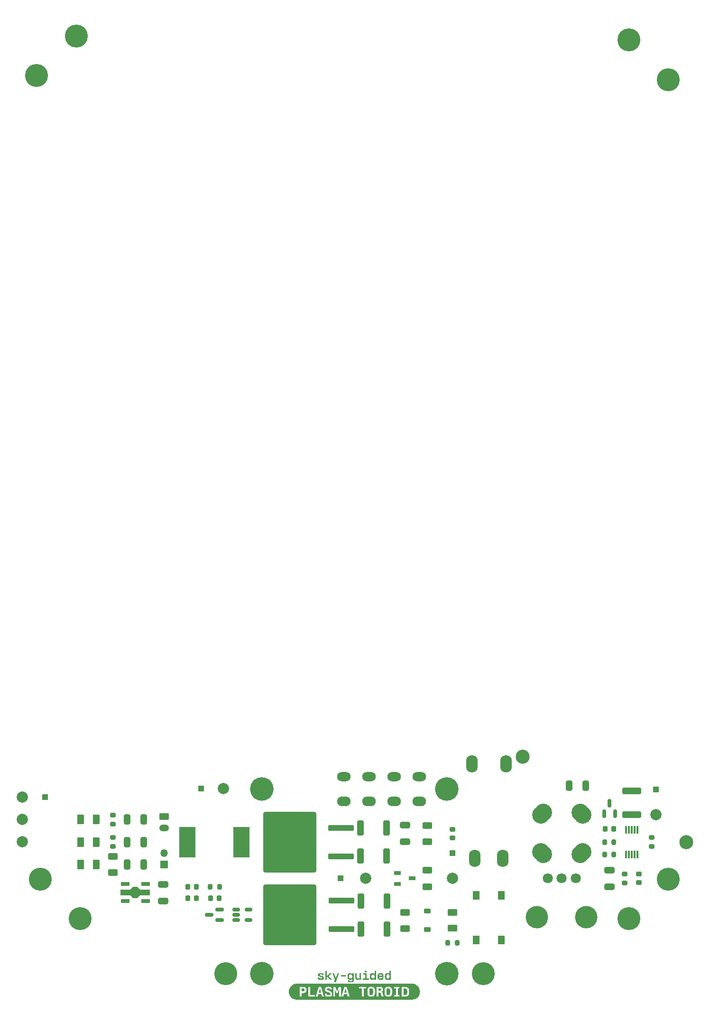
<source format=gbr>
%TF.GenerationSoftware,KiCad,Pcbnew,8.0.7*%
%TF.CreationDate,2025-01-02T06:30:12+11:00*%
%TF.ProjectId,plasma toroid unified,706c6173-6d61-4207-946f-726f69642075,v1.02*%
%TF.SameCoordinates,Original*%
%TF.FileFunction,Soldermask,Top*%
%TF.FilePolarity,Negative*%
%FSLAX46Y46*%
G04 Gerber Fmt 4.6, Leading zero omitted, Abs format (unit mm)*
G04 Created by KiCad (PCBNEW 8.0.7) date 2025-01-02 06:30:12*
%MOMM*%
%LPD*%
G01*
G04 APERTURE LIST*
G04 Aperture macros list*
%AMRoundRect*
0 Rectangle with rounded corners*
0 $1 Rounding radius*
0 $2 $3 $4 $5 $6 $7 $8 $9 X,Y pos of 4 corners*
0 Add a 4 corners polygon primitive as box body*
4,1,4,$2,$3,$4,$5,$6,$7,$8,$9,$2,$3,0*
0 Add four circle primitives for the rounded corners*
1,1,$1+$1,$2,$3*
1,1,$1+$1,$4,$5*
1,1,$1+$1,$6,$7*
1,1,$1+$1,$8,$9*
0 Add four rect primitives between the rounded corners*
20,1,$1+$1,$2,$3,$4,$5,0*
20,1,$1+$1,$4,$5,$6,$7,0*
20,1,$1+$1,$6,$7,$8,$9,0*
20,1,$1+$1,$8,$9,$2,$3,0*%
%AMFreePoly0*
4,1,13,0.900000,0.500000,2.600000,0.500000,2.600000,-0.500000,0.900000,-0.500000,0.400000,-1.000000,-0.400000,-1.000000,-0.900000,-0.500000,-2.600000,-0.500000,-2.600000,0.500000,-0.900000,0.500000,-0.400000,1.000000,0.400000,1.000000,0.900000,0.500000,0.900000,0.500000,$1*%
G04 Aperture macros list end*
%ADD10C,0.000000*%
%ADD11RoundRect,0.250000X-0.625000X0.312500X-0.625000X-0.312500X0.625000X-0.312500X0.625000X0.312500X0*%
%ADD12C,0.700000*%
%ADD13C,4.100000*%
%ADD14R,1.500000X0.700000*%
%ADD15FreePoly0,180.000000*%
%ADD16R,1.300000X1.550000*%
%ADD17RoundRect,0.793333X-0.406667X0.056667X-0.406667X-0.056667X0.406667X-0.056667X0.406667X0.056667X0*%
%ADD18RoundRect,0.816667X-0.383333X0.058333X-0.383333X-0.058333X0.383333X-0.058333X0.383333X0.058333X0*%
%ADD19RoundRect,0.225000X-0.375000X0.225000X-0.375000X-0.225000X0.375000X-0.225000X0.375000X0.225000X0*%
%ADD20C,2.000000*%
%ADD21RoundRect,0.150000X0.150000X-0.587500X0.150000X0.587500X-0.150000X0.587500X-0.150000X-0.587500X0*%
%ADD22RoundRect,0.250000X2.050000X0.300000X-2.050000X0.300000X-2.050000X-0.300000X2.050000X-0.300000X0*%
%ADD23RoundRect,0.250002X4.449998X5.149998X-4.449998X5.149998X-4.449998X-5.149998X4.449998X-5.149998X0*%
%ADD24RoundRect,0.225000X0.225000X0.250000X-0.225000X0.250000X-0.225000X-0.250000X0.225000X-0.250000X0*%
%ADD25RoundRect,0.200000X-0.275000X0.200000X-0.275000X-0.200000X0.275000X-0.200000X0.275000X0.200000X0*%
%ADD26RoundRect,0.250000X0.325000X0.650000X-0.325000X0.650000X-0.325000X-0.650000X0.325000X-0.650000X0*%
%ADD27RoundRect,0.225000X0.250000X-0.225000X0.250000X0.225000X-0.250000X0.225000X-0.250000X-0.225000X0*%
%ADD28RoundRect,0.150000X-0.512500X-0.150000X0.512500X-0.150000X0.512500X0.150000X-0.512500X0.150000X0*%
%ADD29R,1.000000X1.000000*%
%ADD30RoundRect,0.200000X0.200000X0.275000X-0.200000X0.275000X-0.200000X-0.275000X0.200000X-0.275000X0*%
%ADD31RoundRect,0.250000X0.625000X-0.312500X0.625000X0.312500X-0.625000X0.312500X-0.625000X-0.312500X0*%
%ADD32C,2.500000*%
%ADD33RoundRect,1.500000X-0.212132X-0.282843X0.282843X0.212132X0.212132X0.282843X-0.282843X-0.212132X0*%
%ADD34RoundRect,1.500000X0.282843X-0.212132X-0.212132X0.282843X-0.282843X0.212132X0.212132X-0.282843X0*%
%ADD35RoundRect,1.500000X0.212132X0.282843X-0.282843X-0.212132X-0.212132X-0.282843X0.282843X0.212132X0*%
%ADD36RoundRect,0.250000X0.625000X-0.375000X0.625000X0.375000X-0.625000X0.375000X-0.625000X-0.375000X0*%
%ADD37RoundRect,0.250000X0.362500X1.075000X-0.362500X1.075000X-0.362500X-1.075000X0.362500X-1.075000X0*%
%ADD38RoundRect,0.200000X0.275000X-0.200000X0.275000X0.200000X-0.275000X0.200000X-0.275000X-0.200000X0*%
%ADD39R,0.300000X1.400000*%
%ADD40RoundRect,0.250000X-0.650000X0.325000X-0.650000X-0.325000X0.650000X-0.325000X0.650000X0.325000X0*%
%ADD41RoundRect,0.250000X0.375000X0.625000X-0.375000X0.625000X-0.375000X-0.625000X0.375000X-0.625000X0*%
%ADD42R,1.220000X0.650000*%
%ADD43C,4.000000*%
%ADD44C,1.800000*%
%ADD45R,2.900000X5.400000*%
%ADD46RoundRect,0.250000X-1.450000X0.312500X-1.450000X-0.312500X1.450000X-0.312500X1.450000X0.312500X0*%
%ADD47RoundRect,0.200000X-0.200000X-0.275000X0.200000X-0.275000X0.200000X0.275000X-0.200000X0.275000X0*%
%ADD48RoundRect,0.225000X-0.225000X-0.250000X0.225000X-0.250000X0.225000X0.250000X-0.225000X0.250000X0*%
%ADD49RoundRect,0.150000X0.587500X0.150000X-0.587500X0.150000X-0.587500X-0.150000X0.587500X-0.150000X0*%
%ADD50RoundRect,0.250000X0.650000X-0.325000X0.650000X0.325000X-0.650000X0.325000X-0.650000X-0.325000X0*%
%ADD51RoundRect,0.800000X-0.200000X0.700000X-0.200000X-0.700000X0.200000X-0.700000X0.200000X0.700000X0*%
%ADD52R,1.350000X1.350000*%
%ADD53O,1.350000X1.350000*%
%ADD54RoundRect,0.250000X-0.625000X0.350000X-0.625000X-0.350000X0.625000X-0.350000X0.625000X0.350000X0*%
%ADD55O,1.750000X1.200000*%
%ADD56C,4.200000*%
G04 APERTURE END LIST*
D10*
%TO.C,kibuzzard-66C556ED*%
G36*
X198428625Y-231045101D02*
G01*
X197584075Y-231045101D01*
X197584075Y-230800627D01*
X198428625Y-230800627D01*
X198428625Y-231045101D01*
G37*
G36*
X202202430Y-230280561D02*
G01*
X201862387Y-230280561D01*
X201862387Y-229967189D01*
X202202430Y-229967189D01*
X202202430Y-230280561D01*
G37*
G36*
X196668405Y-231278464D02*
G01*
X196679517Y-231278464D01*
X196975110Y-230425024D01*
X197255145Y-230425024D01*
X196632845Y-232063007D01*
X196352810Y-232063007D01*
X196530610Y-231578502D01*
X196092777Y-230425024D01*
X196368367Y-230425024D01*
X196668405Y-231278464D01*
G37*
G36*
X202193540Y-231356251D02*
G01*
X202564697Y-231356251D01*
X202564697Y-231585169D01*
X201540125Y-231585169D01*
X201540125Y-231356251D01*
X201926840Y-231356251D01*
X201926840Y-230653941D01*
X201562350Y-230653941D01*
X201562350Y-230425024D01*
X202193540Y-230425024D01*
X202193540Y-231356251D01*
G37*
G36*
X195108210Y-230933977D02*
G01*
X195599382Y-230425024D01*
X195919422Y-230425024D01*
X195410470Y-230942867D01*
X195970540Y-231585169D01*
X195630497Y-231585169D01*
X195108210Y-230953979D01*
X195108210Y-231585169D01*
X194841510Y-231585169D01*
X194841510Y-229967189D01*
X195108210Y-229967189D01*
X195108210Y-230933977D01*
G37*
G36*
X200424430Y-231162894D02*
G01*
X200465546Y-231329581D01*
X200622232Y-231374031D01*
X200726134Y-231366253D01*
X200802255Y-231342917D01*
X200891155Y-231237348D01*
X200911157Y-231147059D01*
X200917825Y-231025099D01*
X200917825Y-230425024D01*
X201188970Y-230425024D01*
X201188970Y-231585169D01*
X200917825Y-231585169D01*
X200917825Y-231422927D01*
X200900045Y-231422927D01*
X200838093Y-231510993D01*
X200767806Y-231566278D01*
X200674739Y-231595448D01*
X200544445Y-231605172D01*
X200408595Y-231595170D01*
X200307749Y-231565167D01*
X200236351Y-231511271D01*
X200188845Y-231429594D01*
X200162175Y-231314024D01*
X200153285Y-231158449D01*
X200153285Y-230425024D01*
X200424430Y-230425024D01*
X200424430Y-231162894D01*
G37*
G36*
X204857762Y-230410022D02*
G01*
X204993890Y-230451694D01*
X205091124Y-230526148D01*
X205156133Y-230638384D01*
X205183296Y-230737656D01*
X205199595Y-230860634D01*
X205205028Y-231007319D01*
X205202805Y-231093996D01*
X204938328Y-231093996D01*
X204413818Y-231093996D01*
X204449378Y-231265129D01*
X204532721Y-231350695D01*
X204691630Y-231376254D01*
X204837204Y-231345139D01*
X204909435Y-231229569D01*
X205185025Y-231229569D01*
X205155577Y-231359585D01*
X205111683Y-231456264D01*
X205048897Y-231524884D01*
X204962775Y-231570723D01*
X204846649Y-231596559D01*
X204693853Y-231605172D01*
X204501051Y-231591559D01*
X204358255Y-231550720D01*
X204257409Y-231477100D01*
X204190456Y-231365141D01*
X204162675Y-231265623D01*
X204146006Y-231141904D01*
X204140450Y-230993984D01*
X204145086Y-230867302D01*
X204416040Y-230867302D01*
X204938328Y-230867302D01*
X204906101Y-230719505D01*
X204827203Y-230646163D01*
X204676073Y-230625049D01*
X204531610Y-230646163D01*
X204453823Y-230719505D01*
X204416040Y-230867302D01*
X204145086Y-230867302D01*
X204145759Y-230848904D01*
X204161687Y-230727778D01*
X204188234Y-230630605D01*
X204252686Y-230521425D01*
X204350476Y-230449471D01*
X204489105Y-230409466D01*
X204676073Y-230396131D01*
X204857762Y-230410022D01*
G37*
G36*
X203853748Y-231585169D02*
G01*
X203584825Y-231585169D01*
X203584825Y-231465154D01*
X203567045Y-231465154D01*
X203450364Y-231577390D01*
X203367853Y-231599893D01*
X203329238Y-231602381D01*
X203251450Y-231607394D01*
X203083929Y-231593781D01*
X202959191Y-231552943D01*
X202870847Y-231479600D01*
X202812506Y-231368475D01*
X202788429Y-231269574D01*
X202773983Y-231146225D01*
X202769168Y-230998429D01*
X203042535Y-230998429D01*
X203048925Y-231128723D01*
X203068094Y-231226235D01*
X203154771Y-231340694D01*
X203329238Y-231374031D01*
X203487035Y-231339583D01*
X203565934Y-231225124D01*
X203583436Y-231128445D01*
X203589270Y-230998429D01*
X203583436Y-230868691D01*
X203565934Y-230772845D01*
X203487035Y-230660609D01*
X203329238Y-230627272D01*
X203154771Y-230660609D01*
X203068094Y-230772845D01*
X203048925Y-230868691D01*
X203042535Y-230998429D01*
X202769168Y-230998429D01*
X202773983Y-230852114D01*
X202788429Y-230730247D01*
X202812506Y-230632828D01*
X202870847Y-230523370D01*
X202959191Y-230450583D01*
X203083929Y-230409744D01*
X203251450Y-230396131D01*
X203378133Y-230403355D01*
X203464810Y-230425024D01*
X203567045Y-230533926D01*
X203584825Y-230533926D01*
X203584825Y-229967189D01*
X203853748Y-229967189D01*
X203853748Y-231585169D01*
G37*
G36*
X206520748Y-231585169D02*
G01*
X206251825Y-231585169D01*
X206251825Y-231465154D01*
X206234045Y-231465154D01*
X206117364Y-231577390D01*
X206034853Y-231599893D01*
X205996238Y-231602381D01*
X205918450Y-231607394D01*
X205750929Y-231593781D01*
X205626191Y-231552943D01*
X205537847Y-231479600D01*
X205479506Y-231368475D01*
X205455429Y-231269574D01*
X205440983Y-231146225D01*
X205436168Y-230998429D01*
X205709535Y-230998429D01*
X205715925Y-231128723D01*
X205735094Y-231226235D01*
X205821771Y-231340694D01*
X205996238Y-231374031D01*
X206154035Y-231339583D01*
X206232934Y-231225124D01*
X206250436Y-231128445D01*
X206256270Y-230998429D01*
X206250436Y-230868691D01*
X206232934Y-230772845D01*
X206154035Y-230660609D01*
X205996238Y-230627272D01*
X205821771Y-230660609D01*
X205735094Y-230772845D01*
X205715925Y-230868691D01*
X205709535Y-230998429D01*
X205436168Y-230998429D01*
X205440983Y-230852114D01*
X205455429Y-230730247D01*
X205479506Y-230632828D01*
X205537847Y-230523370D01*
X205626191Y-230450583D01*
X205750929Y-230409744D01*
X205918450Y-230396131D01*
X206045133Y-230403355D01*
X206131810Y-230425024D01*
X206234045Y-230533926D01*
X206251825Y-230533926D01*
X206251825Y-229967189D01*
X206520748Y-229967189D01*
X206520748Y-231585169D01*
G37*
G36*
X194179205Y-230404188D02*
G01*
X194308110Y-230428358D01*
X194399232Y-230471696D01*
X194459240Y-230537260D01*
X194493133Y-230630327D01*
X194505912Y-230756176D01*
X194239212Y-230756176D01*
X194184761Y-230652830D01*
X194114475Y-230631994D01*
X194003627Y-230625049D01*
X193887502Y-230631161D01*
X193814715Y-230649496D01*
X193763597Y-230740619D01*
X193833606Y-230803960D01*
X193936675Y-230836464D01*
X194105862Y-230878414D01*
X194253659Y-230918141D01*
X194363672Y-230961758D01*
X194493689Y-231076216D01*
X194522859Y-231155115D01*
X194532582Y-231254016D01*
X194520914Y-231376254D01*
X194485910Y-231467377D01*
X194422847Y-231531829D01*
X194327001Y-231574056D01*
X194191707Y-231597393D01*
X194010295Y-231605172D01*
X193821660Y-231596282D01*
X193682476Y-231569612D01*
X193584964Y-231521272D01*
X193521345Y-231447374D01*
X193487452Y-231342917D01*
X193479117Y-231202899D01*
X193752485Y-231202899D01*
X193779155Y-231308468D01*
X193862499Y-231360697D01*
X194030297Y-231376254D01*
X194140867Y-231369864D01*
X194210320Y-231350695D01*
X194259215Y-231256239D01*
X194231434Y-231181785D01*
X194136977Y-231129556D01*
X194056412Y-231107331D01*
X193948065Y-231085107D01*
X193790545Y-231049824D01*
X193673586Y-231010653D01*
X193535791Y-230906195D01*
X193494675Y-230738396D01*
X193506065Y-230618659D01*
X193540236Y-230530593D01*
X193601911Y-230468641D01*
X193695811Y-230427246D01*
X193828328Y-230403910D01*
X194005850Y-230396131D01*
X194179205Y-230404188D01*
G37*
G36*
X199407914Y-230409189D02*
G01*
X199485424Y-230435025D01*
X199590992Y-230562819D01*
X199608772Y-230562819D01*
X199608772Y-230425024D01*
X199868805Y-230425024D01*
X199868805Y-231618507D01*
X199857137Y-231777693D01*
X199822132Y-231895208D01*
X199759069Y-231977996D01*
X199663224Y-232033003D01*
X199527373Y-232063840D01*
X199344295Y-232074119D01*
X199167051Y-232065229D01*
X199035367Y-232038559D01*
X198942022Y-231991053D01*
X198879792Y-231919655D01*
X198843677Y-231818809D01*
X198828675Y-231682959D01*
X199102042Y-231682959D01*
X199126490Y-231787417D01*
X199196499Y-231837423D01*
X199346517Y-231851869D01*
X199500981Y-231828533D01*
X199577657Y-231750745D01*
X199602105Y-231596282D01*
X199604327Y-231427371D01*
X199586547Y-231427371D01*
X199519872Y-231528495D01*
X199425416Y-231577390D01*
X199330960Y-231585859D01*
X199264285Y-231591836D01*
X199102042Y-231578501D01*
X198979805Y-231538496D01*
X198891738Y-231467099D01*
X198832009Y-231359585D01*
X198797838Y-231208177D01*
X198786447Y-231005097D01*
X199057592Y-231005097D01*
X199063704Y-231129279D01*
X199082040Y-231221790D01*
X199165384Y-231330693D01*
X199330960Y-231362919D01*
X199495425Y-231330693D01*
X199577657Y-231221790D01*
X199595993Y-231129279D01*
X199602105Y-231005097D01*
X199595993Y-230875080D01*
X199577657Y-230778402D01*
X199495425Y-230663943D01*
X199330960Y-230629494D01*
X199165384Y-230663943D01*
X199082040Y-230778402D01*
X199063704Y-230875080D01*
X199057592Y-231005097D01*
X198786447Y-231005097D01*
X198791510Y-230858658D01*
X198806697Y-230736421D01*
X198832009Y-230638384D01*
X198893683Y-230528092D01*
X198987584Y-230455028D01*
X199120100Y-230414189D01*
X199297622Y-230400576D01*
X199407914Y-230409189D01*
G37*
%TO.C,kibuzzard-66C556E1*%
G36*
X194050300Y-233899724D02*
G01*
X193654060Y-233899724D01*
X193849640Y-233173284D01*
X193854720Y-233173284D01*
X194050300Y-233899724D01*
G37*
G36*
X198622300Y-233899724D02*
G01*
X198226060Y-233899724D01*
X198421640Y-233173284D01*
X198426720Y-233173284D01*
X198622300Y-233899724D01*
G37*
G36*
X204457950Y-233132009D02*
G01*
X204581140Y-233137724D01*
X204741160Y-233189794D01*
X204784340Y-233346004D01*
X204742430Y-233542854D01*
X204586220Y-233597464D01*
X204258560Y-233597464D01*
X204258560Y-233132644D01*
X204367780Y-233130104D01*
X204457950Y-233132009D01*
G37*
G36*
X190829897Y-233138676D02*
G01*
X190945150Y-233156774D01*
X191081040Y-233236784D01*
X191121680Y-233396804D01*
X191086120Y-233564444D01*
X190964200Y-233648264D01*
X190860060Y-233667314D01*
X190720360Y-233673664D01*
X190560340Y-233673664D01*
X190560340Y-233132644D01*
X190674640Y-233132644D01*
X190829897Y-233138676D01*
G37*
G36*
X208891520Y-233130739D02*
G01*
X209010900Y-233140264D01*
X209157267Y-233167886D01*
X209266170Y-233215194D01*
X209343322Y-233288219D01*
X209394440Y-233392994D01*
X209423015Y-233536821D01*
X209432540Y-233727004D01*
X209422697Y-233927981D01*
X209393170Y-234078794D01*
X209340147Y-234187061D01*
X209259820Y-234260404D01*
X209146155Y-234304854D01*
X208993120Y-234326444D01*
X208792460Y-234318824D01*
X208792460Y-233127564D01*
X208891520Y-233130739D01*
G37*
G36*
X203117465Y-233125976D02*
G01*
X203207000Y-233166934D01*
X203270182Y-233240594D01*
X203312410Y-233352354D01*
X203336222Y-233511421D01*
X203344160Y-233727004D01*
X203336222Y-233936237D01*
X203312410Y-234091494D01*
X203270182Y-234201349D01*
X203207000Y-234274374D01*
X203117465Y-234315331D01*
X202996180Y-234328984D01*
X202874577Y-234315331D01*
X202784090Y-234274374D01*
X202719955Y-234201349D01*
X202677410Y-234091494D01*
X202653597Y-233936237D01*
X202645660Y-233727004D01*
X202653597Y-233513009D01*
X202677410Y-233353624D01*
X202719955Y-233240911D01*
X202784090Y-233166934D01*
X202874577Y-233125976D01*
X202996180Y-233112324D01*
X203117465Y-233125976D01*
G37*
G36*
X206165465Y-233125976D02*
G01*
X206255000Y-233166934D01*
X206318182Y-233240594D01*
X206360410Y-233352354D01*
X206384222Y-233511421D01*
X206392160Y-233727004D01*
X206384222Y-233936237D01*
X206360410Y-234091494D01*
X206318182Y-234201349D01*
X206255000Y-234274374D01*
X206165465Y-234315331D01*
X206044180Y-234328984D01*
X205922577Y-234315331D01*
X205832090Y-234274374D01*
X205767955Y-234201349D01*
X205725410Y-234091494D01*
X205701597Y-233936237D01*
X205693660Y-233727004D01*
X205701597Y-233513009D01*
X205725410Y-233353624D01*
X205767955Y-233240911D01*
X205832090Y-233166934D01*
X205922577Y-233125976D01*
X206044180Y-233112324D01*
X206165465Y-233125976D01*
G37*
G36*
X210428247Y-232310580D02*
G01*
X210565789Y-232330983D01*
X210700670Y-232364768D01*
X210831590Y-232411612D01*
X210957287Y-232471063D01*
X211076552Y-232542547D01*
X211188236Y-232625378D01*
X211291264Y-232718757D01*
X211384643Y-232821784D01*
X211467473Y-232933468D01*
X211538958Y-233052734D01*
X211598408Y-233178431D01*
X211645252Y-233309351D01*
X211679038Y-233444231D01*
X211699441Y-233581774D01*
X211706263Y-233720654D01*
X211699441Y-233859534D01*
X211679038Y-233997077D01*
X211645252Y-234131957D01*
X211598408Y-234262877D01*
X211538958Y-234388574D01*
X211467473Y-234507840D01*
X211384643Y-234619524D01*
X211291264Y-234722551D01*
X211188236Y-234815930D01*
X211076552Y-234898761D01*
X210957287Y-234970245D01*
X210831590Y-235029696D01*
X210700670Y-235076540D01*
X210565789Y-235110325D01*
X210428247Y-235130728D01*
X210289367Y-235137551D01*
X209760200Y-235137551D01*
X208916920Y-235137551D01*
X208043160Y-235137551D01*
X206044180Y-235137551D01*
X205203440Y-235137551D01*
X202996180Y-235137551D01*
X201634740Y-235137551D01*
X199145540Y-235137551D01*
X197575820Y-235137551D01*
X195381260Y-235137551D01*
X194573540Y-235137551D01*
X192973340Y-235137551D01*
X190560340Y-235137551D01*
X190235220Y-235137551D01*
X189706053Y-235137551D01*
X189567173Y-235130728D01*
X189429630Y-235110325D01*
X189294750Y-235076540D01*
X189163830Y-235029696D01*
X189038133Y-234970245D01*
X188918868Y-234898761D01*
X188807184Y-234815930D01*
X188704156Y-234722551D01*
X188610777Y-234619524D01*
X188527947Y-234507840D01*
X188456462Y-234388574D01*
X188397012Y-234262877D01*
X188350168Y-234131957D01*
X188316382Y-233997077D01*
X188295979Y-233859534D01*
X188289157Y-233720654D01*
X188295979Y-233581774D01*
X188316382Y-233444231D01*
X188350168Y-233309351D01*
X188397012Y-233178431D01*
X188456462Y-233052734D01*
X188527947Y-232933468D01*
X188583677Y-232858324D01*
X190235220Y-232858324D01*
X190235220Y-234585524D01*
X190560340Y-234585524D01*
X193130820Y-234585524D01*
X193453400Y-234585524D01*
X193577860Y-234171504D01*
X194126500Y-234171504D01*
X194250960Y-234585524D01*
X194573540Y-234585524D01*
X194418096Y-234064824D01*
X194720860Y-234064824D01*
X194729750Y-234254054D01*
X194771660Y-234395024D01*
X194851352Y-234494719D01*
X194973590Y-234560124D01*
X195147262Y-234596319D01*
X195381260Y-234608384D01*
X195608272Y-234597589D01*
X195670845Y-234585524D01*
X196227080Y-234585524D01*
X196526800Y-234585524D01*
X196526800Y-233711764D01*
X196496320Y-233262184D01*
X196506480Y-233262184D01*
X196773180Y-234008944D01*
X197029720Y-234008944D01*
X197296420Y-233262184D01*
X197306580Y-233262184D01*
X197276100Y-233711764D01*
X197276100Y-234585524D01*
X197575820Y-234585524D01*
X197702820Y-234585524D01*
X198025400Y-234585524D01*
X198149860Y-234171504D01*
X198698500Y-234171504D01*
X198822960Y-234585524D01*
X199145540Y-234585524D01*
X198716362Y-233147884D01*
X200847340Y-233147884D01*
X201309620Y-233147884D01*
X201309620Y-234585524D01*
X201634740Y-234585524D01*
X201634740Y-233727004D01*
X202325620Y-233727004D01*
X202332252Y-233941211D01*
X202352149Y-234119857D01*
X202385310Y-234262944D01*
X202465955Y-234423599D01*
X202588510Y-234529644D01*
X202697589Y-234573388D01*
X202833479Y-234599635D01*
X202996180Y-234608384D01*
X203158881Y-234599635D01*
X203294771Y-234573388D01*
X203403850Y-234529644D01*
X203526405Y-234423599D01*
X203607050Y-234262944D01*
X203640211Y-234119857D01*
X203660108Y-233941211D01*
X203666740Y-233727004D01*
X203660108Y-233509693D01*
X203640211Y-233328506D01*
X203607050Y-233183444D01*
X203526405Y-233020566D01*
X203403850Y-232912934D01*
X203294771Y-232868484D01*
X203255945Y-232860864D01*
X203935980Y-232860864D01*
X203935980Y-234585524D01*
X204258560Y-234585524D01*
X204258560Y-233879404D01*
X204421120Y-233879404D01*
X204555740Y-233889246D01*
X204644640Y-233918774D01*
X204736080Y-234069904D01*
X204855460Y-234585524D01*
X205203440Y-234585524D01*
X205058660Y-234047044D01*
X205015162Y-233919409D01*
X204965950Y-233836224D01*
X204807200Y-233757484D01*
X204807200Y-233734624D01*
X204831245Y-233727004D01*
X205373620Y-233727004D01*
X205380252Y-233941211D01*
X205400149Y-234119857D01*
X205433310Y-234262944D01*
X205513955Y-234423599D01*
X205636510Y-234529644D01*
X205745589Y-234573388D01*
X205881479Y-234599635D01*
X206044180Y-234608384D01*
X206206881Y-234599635D01*
X206342771Y-234573388D01*
X206451850Y-234529644D01*
X206574405Y-234423599D01*
X206634650Y-234303584D01*
X207090660Y-234303584D01*
X207090660Y-234585524D01*
X208043160Y-234585524D01*
X208043160Y-234303584D01*
X207725660Y-234303584D01*
X207725660Y-233140264D01*
X208025380Y-233140264D01*
X208025380Y-232858324D01*
X208467340Y-232858324D01*
X208467340Y-234585524D01*
X208633569Y-234596813D01*
X208783429Y-234603586D01*
X208916920Y-234605844D01*
X209120402Y-234597095D01*
X209290582Y-234570848D01*
X209427460Y-234527104D01*
X209581765Y-234422011D01*
X209684000Y-234264214D01*
X209726333Y-234124655D01*
X209751733Y-233951512D01*
X209760200Y-233744784D01*
X209752862Y-233547087D01*
X209730849Y-233380717D01*
X209694160Y-233245674D01*
X209604942Y-233089146D01*
X209469370Y-232977704D01*
X209349002Y-232925211D01*
X209199566Y-232886264D01*
X209021060Y-232860864D01*
X208899140Y-232851339D01*
X208761980Y-232848164D01*
X208622280Y-232850704D01*
X208467340Y-232858324D01*
X208025380Y-232858324D01*
X207108440Y-232858324D01*
X207108440Y-233140264D01*
X207408160Y-233140264D01*
X207408160Y-234303584D01*
X207090660Y-234303584D01*
X206634650Y-234303584D01*
X206655050Y-234262944D01*
X206688211Y-234119857D01*
X206708108Y-233941211D01*
X206714740Y-233727004D01*
X206708108Y-233509693D01*
X206688211Y-233328506D01*
X206655050Y-233183444D01*
X206574405Y-233020566D01*
X206451850Y-232912934D01*
X206342771Y-232868484D01*
X206206881Y-232841814D01*
X206044180Y-232832924D01*
X205881479Y-232841814D01*
X205745589Y-232868484D01*
X205636510Y-232912934D01*
X205513955Y-233020566D01*
X205433310Y-233183444D01*
X205400149Y-233328506D01*
X205380252Y-233509693D01*
X205373620Y-233727004D01*
X204831245Y-233727004D01*
X204987540Y-233677474D01*
X205077710Y-233563174D01*
X205104380Y-233358704D01*
X205088187Y-233184714D01*
X205039610Y-233053904D01*
X204952615Y-232959924D01*
X204821170Y-232896424D01*
X204704753Y-232869613D01*
X204560397Y-232853526D01*
X204388100Y-232848164D01*
X204238240Y-232850704D01*
X203935980Y-232860864D01*
X203255945Y-232860864D01*
X203158881Y-232841814D01*
X202996180Y-232832924D01*
X202833479Y-232841814D01*
X202697589Y-232868484D01*
X202588510Y-232912934D01*
X202465955Y-233020566D01*
X202385310Y-233183444D01*
X202352149Y-233328506D01*
X202332252Y-233509693D01*
X202325620Y-233727004D01*
X201634740Y-233727004D01*
X201634740Y-233147884D01*
X202097020Y-233147884D01*
X202097020Y-232858324D01*
X200847340Y-232858324D01*
X200847340Y-233147884D01*
X198716362Y-233147884D01*
X198629920Y-232858324D01*
X198218440Y-232858324D01*
X197702820Y-234585524D01*
X197575820Y-234585524D01*
X197575820Y-232858324D01*
X197197360Y-232858324D01*
X196915420Y-233686364D01*
X196887480Y-233686364D01*
X196610620Y-232858324D01*
X196227080Y-232858324D01*
X196227080Y-234585524D01*
X195670845Y-234585524D01*
X195776230Y-234565204D01*
X195894657Y-234506784D01*
X195973080Y-234417884D01*
X196016895Y-234292154D01*
X196031500Y-234123244D01*
X196019435Y-233984496D01*
X195983240Y-233873054D01*
X195918787Y-233782566D01*
X195821950Y-233706684D01*
X195685107Y-233638739D01*
X195500640Y-233572064D01*
X195287597Y-233498721D01*
X195151390Y-233436174D01*
X195053600Y-233305364D01*
X195081540Y-233185984D01*
X195174250Y-233127564D01*
X195360940Y-233109784D01*
X195542550Y-233128834D01*
X195636530Y-233192334D01*
X195673360Y-233320604D01*
X195995940Y-233320604D01*
X195983240Y-233149789D01*
X195940060Y-233023424D01*
X195862907Y-232934524D01*
X195748290Y-232876104D01*
X195587317Y-232843719D01*
X195371100Y-232832924D01*
X195150437Y-232843401D01*
X194986290Y-232874834D01*
X194870085Y-232931031D01*
X194793250Y-233015804D01*
X194750387Y-233135184D01*
X194736100Y-233295204D01*
X194748165Y-233420299D01*
X194784360Y-233521264D01*
X194849447Y-233604131D01*
X194948190Y-233674934D01*
X195088207Y-233739386D01*
X195277120Y-233803204D01*
X195427932Y-233852416D01*
X195540010Y-233898454D01*
X195673360Y-233996244D01*
X195714000Y-234125784D01*
X195686060Y-234251514D01*
X195590810Y-234313744D01*
X195401580Y-234331524D01*
X195278072Y-234325809D01*
X195186950Y-234308664D01*
X195079000Y-234228654D01*
X195038360Y-234064824D01*
X194720860Y-234064824D01*
X194418096Y-234064824D01*
X194057920Y-232858324D01*
X193646440Y-232858324D01*
X193130820Y-234585524D01*
X190560340Y-234585524D01*
X190560340Y-234582984D01*
X191774460Y-234582984D01*
X192973340Y-234582984D01*
X192973340Y-234298504D01*
X192099580Y-234298504D01*
X192099580Y-232858324D01*
X191774460Y-232858324D01*
X191774460Y-234582984D01*
X190560340Y-234582984D01*
X190560340Y-233955604D01*
X190745760Y-233955604D01*
X190914811Y-233950101D01*
X191056204Y-233933591D01*
X191169940Y-233906074D01*
X191297892Y-233839717D01*
X191382030Y-233739704D01*
X191428702Y-233598099D01*
X191444260Y-233406964D01*
X191426162Y-233213289D01*
X191371870Y-233069144D01*
X191274080Y-232967226D01*
X191125490Y-232900234D01*
X190993269Y-232872717D01*
X190828592Y-232856207D01*
X190631460Y-232850704D01*
X190235220Y-232858324D01*
X188583677Y-232858324D01*
X188610777Y-232821784D01*
X188704156Y-232718757D01*
X188807184Y-232625378D01*
X188918868Y-232542547D01*
X189038133Y-232471063D01*
X189163830Y-232411612D01*
X189294750Y-232364768D01*
X189429630Y-232330983D01*
X189567173Y-232310580D01*
X189706053Y-232303757D01*
X190235220Y-232303757D01*
X209760200Y-232303757D01*
X210289367Y-232303757D01*
X210428247Y-232310580D01*
G37*
%TD*%
D11*
%TO.C,R11*%
X156900005Y-209558154D03*
X156900005Y-212483154D03*
%TD*%
D12*
%TO.C,H5*%
X247317710Y-63980654D03*
X247800984Y-62813928D03*
X247800984Y-65147380D03*
X248967710Y-62330654D03*
D13*
X248967710Y-63980654D03*
D12*
X248967710Y-65630654D03*
X250134436Y-62813928D03*
X250134436Y-65147380D03*
X250617710Y-63980654D03*
%TD*%
D14*
%TO.C,U2*%
X162745420Y-217541308D03*
D15*
X160895420Y-216041308D03*
D14*
X162745420Y-214541308D03*
X159045420Y-214541308D03*
X159045420Y-217541308D03*
%TD*%
D16*
%TO.C,SW1*%
X221747710Y-224495654D03*
X221747710Y-216545654D03*
X226247710Y-224495654D03*
X226247710Y-216545654D03*
%TD*%
D17*
%TO.C,Cp4*%
X198100000Y-195370654D03*
D18*
X198100000Y-199745654D03*
%TD*%
D19*
%TO.C,D5*%
X213000000Y-219370654D03*
X213000000Y-222670654D03*
%TD*%
D20*
%TO.C,TP6*%
X176600000Y-197500000D03*
%TD*%
D21*
%TO.C,D4*%
X244610210Y-202008154D03*
X246510210Y-202008154D03*
X245560210Y-200133154D03*
%TD*%
D22*
%TO.C,Q2*%
X197647710Y-209560654D03*
D23*
X188497710Y-207020654D03*
D22*
X197647710Y-204480654D03*
%TD*%
D24*
%TO.C,C3*%
X246275000Y-204720654D03*
X244725000Y-204720654D03*
%TD*%
D25*
%TO.C,R4*%
X156900005Y-202195654D03*
X156900005Y-203845654D03*
%TD*%
D26*
%TO.C,C6*%
X241272710Y-197020654D03*
X238322710Y-197020654D03*
%TD*%
D27*
%TO.C,C1*%
X250750000Y-214295654D03*
X250750000Y-212745654D03*
%TD*%
D28*
%TO.C,U4*%
X178860210Y-219070654D03*
X178860210Y-220020654D03*
X178860210Y-220970654D03*
X181135210Y-220970654D03*
X181135210Y-219070654D03*
%TD*%
D20*
%TO.C,TP5*%
X140750000Y-199000000D03*
%TD*%
D12*
%TO.C,H9*%
X175347710Y-230520654D03*
X175830984Y-229353928D03*
X175830984Y-231687380D03*
X176997710Y-228870654D03*
D13*
X176997710Y-230520654D03*
D12*
X176997710Y-232170654D03*
X178164436Y-229353928D03*
X178164436Y-231687380D03*
X178647710Y-230520654D03*
%TD*%
D29*
%TO.C,TPg5*%
X253797710Y-197620654D03*
%TD*%
D30*
%TO.C,R1*%
X218322710Y-225020654D03*
X216672710Y-225020654D03*
%TD*%
D31*
%TO.C,R8*%
X208997710Y-222483154D03*
X208997710Y-219558154D03*
%TD*%
D20*
%TO.C,TP7*%
X201997710Y-213520654D03*
%TD*%
D32*
%TO.C,TPg6*%
X259250000Y-207020654D03*
%TD*%
D33*
%TO.C,T1*%
X233464466Y-201964466D03*
D34*
X233464466Y-209035534D03*
D35*
X240535534Y-209035534D03*
D34*
X240535534Y-201964466D03*
%TD*%
D24*
%TO.C,C12*%
X171772710Y-217020654D03*
X170222710Y-217020654D03*
%TD*%
D26*
%TO.C,C10*%
X162375005Y-207020654D03*
X159425005Y-207020654D03*
%TD*%
D36*
%TO.C,D2*%
X217500000Y-222420654D03*
X217500000Y-219620654D03*
%TD*%
D37*
%TO.C,Rg3*%
X205712500Y-204520654D03*
X201087500Y-204520654D03*
%TD*%
D11*
%TO.C,R10*%
X212997710Y-204058154D03*
X212997710Y-206983154D03*
%TD*%
D20*
%TO.C,TP2*%
X140750000Y-203000000D03*
%TD*%
D38*
%TO.C,R2*%
X253097710Y-207845654D03*
X253097710Y-206195654D03*
%TD*%
D22*
%TO.C,Q1*%
X197650000Y-222560654D03*
D23*
X188500000Y-220020654D03*
D22*
X197650000Y-217480654D03*
%TD*%
D39*
%TO.C,U1*%
X248500000Y-209220654D03*
X249000000Y-209220654D03*
X249500000Y-209220654D03*
X250000000Y-209220654D03*
X250500000Y-209220654D03*
X250500000Y-204820654D03*
X250000000Y-204820654D03*
X249500000Y-204820654D03*
X249000000Y-204820654D03*
X248500000Y-204820654D03*
%TD*%
D12*
%TO.C,H10*%
X221347710Y-230520654D03*
X221830984Y-229353928D03*
X221830984Y-231687380D03*
X222997710Y-228870654D03*
D13*
X222997710Y-230520654D03*
D12*
X222997710Y-232170654D03*
X224164436Y-229353928D03*
X224164436Y-231687380D03*
X224647710Y-230520654D03*
%TD*%
D37*
%TO.C,Rg1*%
X205810210Y-217520654D03*
X201185210Y-217520654D03*
%TD*%
D29*
%TO.C,TPg3*%
X217500000Y-209000000D03*
%TD*%
D40*
%TO.C,C14*%
X208997710Y-204045654D03*
X208997710Y-206995654D03*
%TD*%
D41*
%TO.C,D7*%
X153897710Y-211020654D03*
X151097710Y-211020654D03*
%TD*%
D20*
%TO.C,TP4*%
X217500000Y-213500000D03*
%TD*%
D40*
%TO.C,C2*%
X245497710Y-212045654D03*
X245497710Y-214995654D03*
%TD*%
D12*
%TO.C,H7*%
X148687710Y-63280654D03*
X149170984Y-62113928D03*
X149170984Y-64447380D03*
X150337710Y-61630654D03*
D13*
X150337710Y-63280654D03*
D12*
X150337710Y-64930654D03*
X151504436Y-62113928D03*
X151504436Y-64447380D03*
X151987710Y-63280654D03*
%TD*%
%TO.C,H4*%
X247327710Y-220710654D03*
X247810984Y-219543928D03*
X247810984Y-221877380D03*
X248977710Y-219060654D03*
D13*
X248977710Y-220710654D03*
D12*
X248977710Y-222360654D03*
X250144436Y-219543928D03*
X250144436Y-221877380D03*
X250627710Y-220710654D03*
%TD*%
D42*
%TO.C,D8*%
X207687710Y-212570654D03*
X207687710Y-214470654D03*
X210307710Y-213520654D03*
%TD*%
D17*
%TO.C,Cp2*%
X207097710Y-195370654D03*
D18*
X207097710Y-199745654D03*
%TD*%
D43*
%TO.C,RV1*%
X241397710Y-220470654D03*
X232597710Y-220470654D03*
D44*
X234497710Y-213470654D03*
X236997710Y-213470654D03*
X239497710Y-213470654D03*
%TD*%
D38*
%TO.C,R9*%
X156897710Y-207845654D03*
X156897710Y-206195654D03*
%TD*%
D24*
%TO.C,C7*%
X175872710Y-217020654D03*
X174322710Y-217020654D03*
%TD*%
D45*
%TO.C,L1*%
X170147710Y-207020654D03*
X179847710Y-207020654D03*
%TD*%
D29*
%TO.C,TPg4*%
X144750000Y-199000000D03*
%TD*%
D20*
%TO.C,TP1*%
X140750000Y-207000000D03*
%TD*%
D12*
%TO.C,H3*%
X254397710Y-213650654D03*
X254880984Y-212483928D03*
X254880984Y-214817380D03*
X256047710Y-212000654D03*
D13*
X256047710Y-213650654D03*
D12*
X256047710Y-215300654D03*
X257214436Y-212483928D03*
X257214436Y-214817380D03*
X257697710Y-213650654D03*
%TD*%
D29*
%TO.C,TPg1*%
X172600000Y-197500000D03*
%TD*%
D46*
%TO.C,GD1*%
X249497710Y-197883154D03*
X249497710Y-202158154D03*
%TD*%
D12*
%TO.C,H1*%
X142317710Y-213640654D03*
X142800984Y-212473928D03*
X142800984Y-214807380D03*
X143967710Y-211990654D03*
D13*
X143967710Y-213640654D03*
D12*
X143967710Y-215290654D03*
X145134436Y-212473928D03*
X145134436Y-214807380D03*
X145617710Y-213640654D03*
%TD*%
D31*
%TO.C,R12*%
X212997710Y-214983154D03*
X212997710Y-212058154D03*
%TD*%
D26*
%TO.C,C4*%
X162375005Y-211020654D03*
X159425005Y-211020654D03*
%TD*%
D47*
%TO.C,R5*%
X244672710Y-207020654D03*
X246322710Y-207020654D03*
%TD*%
D37*
%TO.C,Rg2*%
X205810210Y-222520654D03*
X201185210Y-222520654D03*
%TD*%
D17*
%TO.C,Cp3*%
X202597710Y-195370654D03*
D18*
X202597710Y-199745654D03*
%TD*%
D38*
%TO.C,R3*%
X248250000Y-214345654D03*
X248250000Y-212695654D03*
%TD*%
D27*
%TO.C,C13*%
X217497710Y-206295654D03*
X217497710Y-204745654D03*
%TD*%
D17*
%TO.C,Cp1*%
X211597710Y-195370654D03*
D18*
X211597710Y-199745654D03*
%TD*%
D41*
%TO.C,D6*%
X153897710Y-207020654D03*
X151097710Y-207020654D03*
%TD*%
D48*
%TO.C,C11*%
X170250000Y-215020654D03*
X171800000Y-215020654D03*
%TD*%
D12*
%TO.C,H8*%
X141607710Y-70350654D03*
X142090984Y-69183928D03*
X142090984Y-71517380D03*
X143257710Y-68700654D03*
D13*
X143257710Y-70350654D03*
D12*
X143257710Y-72000654D03*
X144424436Y-69183928D03*
X144424436Y-71517380D03*
X144907710Y-70350654D03*
%TD*%
D20*
%TO.C,TP3*%
X253797710Y-202120654D03*
%TD*%
D49*
%TO.C,U3*%
X175935210Y-220970654D03*
X175935210Y-219070654D03*
X174060210Y-220020654D03*
%TD*%
D37*
%TO.C,Rg4*%
X205712500Y-209520654D03*
X201087500Y-209520654D03*
%TD*%
D12*
%TO.C,H6*%
X254387710Y-71050654D03*
X254870984Y-69883928D03*
X254870984Y-72217380D03*
X256037710Y-69400654D03*
D13*
X256037710Y-71050654D03*
D12*
X256037710Y-72700654D03*
X257204436Y-69883928D03*
X257204436Y-72217380D03*
X257687710Y-71050654D03*
%TD*%
D41*
%TO.C,D3*%
X153897710Y-203020654D03*
X151097710Y-203020654D03*
%TD*%
D50*
%TO.C,C5*%
X165893130Y-217516308D03*
X165893130Y-214566308D03*
%TD*%
D29*
%TO.C,TPg2*%
X197497710Y-213520654D03*
%TD*%
D51*
%TO.C,T2*%
X226497710Y-209920654D03*
X221497710Y-209920654D03*
X220947710Y-193070654D03*
X227047710Y-193070654D03*
%TD*%
D30*
%TO.C,R6*%
X246322710Y-209220654D03*
X244672710Y-209220654D03*
%TD*%
D12*
%TO.C,H2*%
X149387710Y-220710654D03*
X149870984Y-219543928D03*
X149870984Y-221877380D03*
X151037710Y-219060654D03*
D13*
X151037710Y-220710654D03*
D12*
X151037710Y-222360654D03*
X152204436Y-219543928D03*
X152204436Y-221877380D03*
X152687710Y-220710654D03*
%TD*%
D30*
%TO.C,R7*%
X175900410Y-215020654D03*
X174250410Y-215020654D03*
%TD*%
D26*
%TO.C,C9*%
X162372710Y-203020654D03*
X159422710Y-203020654D03*
%TD*%
D52*
%TO.C,J2*%
X165997710Y-211020654D03*
D53*
X165997710Y-209020654D03*
%TD*%
D54*
%TO.C,J1*%
X165997710Y-202520654D03*
D55*
X165997710Y-204520654D03*
%TD*%
D32*
%TO.C,J3*%
X229997710Y-191820654D03*
%TD*%
D56*
%TO.C,HS1*%
X183495415Y-197541312D03*
X183495415Y-230541312D03*
X216495415Y-197541312D03*
X216495415Y-230541312D03*
%TD*%
M02*

</source>
